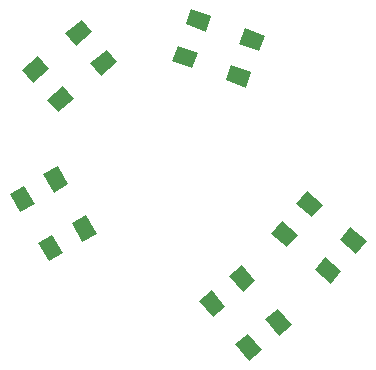
<source format=gtp>
G04 #@! TF.FileFunction,Paste,Top*
%FSLAX46Y46*%
G04 Gerber Fmt 4.6, Leading zero omitted, Abs format (unit mm)*
G04 Created by KiCad (PCBNEW 4.0.6-e0-6349~52~ubuntu16.10.1) date Sun Jul  9 07:11:00 2017*
%MOMM*%
%LPD*%
G01*
G04 APERTURE LIST*
%ADD10C,0.100000*%
G04 APERTURE END LIST*
D10*
G36*
X94072724Y-138225962D02*
X93172724Y-136667116D01*
X94385160Y-135967116D01*
X95285160Y-137525962D01*
X94072724Y-138225962D01*
X94072724Y-138225962D01*
G37*
G36*
X91214840Y-139875962D02*
X90314840Y-138317116D01*
X91527276Y-137617116D01*
X92427276Y-139175962D01*
X91214840Y-139875962D01*
X91214840Y-139875962D01*
G37*
G36*
X93614840Y-144032884D02*
X92714840Y-142474038D01*
X93927276Y-141774038D01*
X94827276Y-143332884D01*
X93614840Y-144032884D01*
X93614840Y-144032884D01*
G37*
G36*
X96472724Y-142382884D02*
X95572724Y-140824038D01*
X96785160Y-140124038D01*
X97685160Y-141682884D01*
X96472724Y-142382884D01*
X96472724Y-142382884D01*
G37*
G36*
X97158821Y-127263561D02*
X98537701Y-126106543D01*
X99437603Y-127179005D01*
X98058723Y-128336023D01*
X97158821Y-127263561D01*
X97158821Y-127263561D01*
G37*
G36*
X95037622Y-124735614D02*
X96416502Y-123578596D01*
X97316404Y-124651058D01*
X95937524Y-125808076D01*
X95037622Y-124735614D01*
X95037622Y-124735614D01*
G37*
G36*
X91360609Y-127820995D02*
X92739489Y-126663977D01*
X93639391Y-127736439D01*
X92260511Y-128893457D01*
X91360609Y-127820995D01*
X91360609Y-127820995D01*
G37*
G36*
X93481808Y-130348942D02*
X94860688Y-129191924D01*
X95760590Y-130264386D01*
X94381710Y-131421404D01*
X93481808Y-130348942D01*
X93481808Y-130348942D01*
G37*
G36*
X109084620Y-127405738D02*
X110776066Y-128021374D01*
X110297238Y-129336944D01*
X108605792Y-128721308D01*
X109084620Y-127405738D01*
X109084620Y-127405738D01*
G37*
G36*
X110213287Y-124304753D02*
X111904733Y-124920389D01*
X111425905Y-126235959D01*
X109734459Y-125620323D01*
X110213287Y-124304753D01*
X110213287Y-124304753D01*
G37*
G36*
X105702762Y-122663056D02*
X107394208Y-123278692D01*
X106915380Y-124594262D01*
X105223934Y-123978626D01*
X105702762Y-122663056D01*
X105702762Y-122663056D01*
G37*
G36*
X104574095Y-125764041D02*
X106265541Y-126379677D01*
X105786713Y-127695247D01*
X104095267Y-127079611D01*
X104574095Y-125764041D01*
X104574095Y-125764041D01*
G37*
G36*
X117038418Y-143691924D02*
X118417298Y-144848942D01*
X117517396Y-145921404D01*
X116138516Y-144764386D01*
X117038418Y-143691924D01*
X117038418Y-143691924D01*
G37*
G36*
X119159617Y-141163977D02*
X120538497Y-142320995D01*
X119638595Y-143393457D01*
X118259715Y-142236439D01*
X119159617Y-141163977D01*
X119159617Y-141163977D01*
G37*
G36*
X115482604Y-138078596D02*
X116861484Y-139235614D01*
X115961582Y-140308076D01*
X114582702Y-139151058D01*
X115482604Y-138078596D01*
X115482604Y-138078596D01*
G37*
G36*
X113361405Y-140606543D02*
X114740285Y-141763561D01*
X113840383Y-142836023D01*
X112461503Y-141679005D01*
X113361405Y-140606543D01*
X113361405Y-140606543D01*
G37*
G36*
X110515156Y-150158821D02*
X111672174Y-151537701D01*
X110599712Y-152437603D01*
X109442694Y-151058723D01*
X110515156Y-150158821D01*
X110515156Y-150158821D01*
G37*
G36*
X113043103Y-148037622D02*
X114200121Y-149416502D01*
X113127659Y-150316404D01*
X111970641Y-148937524D01*
X113043103Y-148037622D01*
X113043103Y-148037622D01*
G37*
G36*
X109957722Y-144360609D02*
X111114740Y-145739489D01*
X110042278Y-146639391D01*
X108885260Y-145260511D01*
X109957722Y-144360609D01*
X109957722Y-144360609D01*
G37*
G36*
X107429775Y-146481808D02*
X108586793Y-147860688D01*
X107514331Y-148760590D01*
X106357313Y-147381710D01*
X107429775Y-146481808D01*
X107429775Y-146481808D01*
G37*
M02*

</source>
